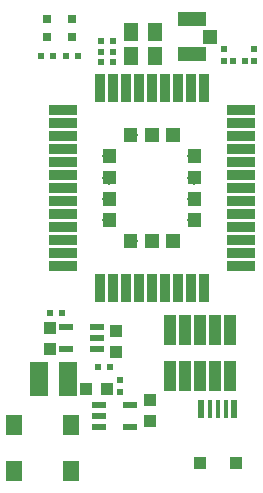
<source format=gbr>
G04 #@! TF.GenerationSoftware,KiCad,Pcbnew,6.0.0-unknown-d4e9ddc~100~ubuntu18.04.1*
G04 #@! TF.CreationDate,2019-08-02T11:15:37+03:00*
G04 #@! TF.ProjectId,NB-IoT-DevKit_Rev_B,4e422d49-6f54-42d4-9465-764b69745f52,B*
G04 #@! TF.SameCoordinates,Original*
G04 #@! TF.FileFunction,Paste,Top*
G04 #@! TF.FilePolarity,Positive*
%FSLAX46Y46*%
G04 Gerber Fmt 4.6, Leading zero omitted, Abs format (unit mm)*
G04 Created by KiCad (PCBNEW 6.0.0-unknown-d4e9ddc~100~ubuntu18.04.1) date 2019-08-02 11:15:37*
%MOMM*%
%LPD*%
G04 APERTURE LIST*
%ADD10R,1.327000X1.754000*%
%ADD11C,0.852400*%
%ADD12C,0.100000*%
%ADD13C,1.152400*%
%ADD14R,1.014000X2.654000*%
%ADD15R,1.202400X1.202400*%
%ADD16R,2.352400X1.202400*%
%ADD17R,0.500000X1.650000*%
%ADD18R,0.325000X1.650000*%
%ADD19R,1.100000X1.000000*%
%ADD20R,1.600000X3.000000*%
%ADD21R,1.016000X1.016000*%
%ADD22R,0.550000X0.500000*%
%ADD23R,1.270000X1.524000*%
%ADD24R,0.500000X0.550000*%
%ADD25R,0.800000X0.800000*%
%ADD26R,1.200000X0.550000*%
G04 APERTURE END LIST*
D10*
X136629000Y-96266000D03*
X131849000Y-96266000D03*
D11*
X135975000Y-69600000D03*
D12*
G36*
X137176200Y-69173800D02*
G01*
X137176200Y-70026200D01*
X134773800Y-70026200D01*
X134773800Y-69173800D01*
X137176200Y-69173800D01*
X137176200Y-69173800D01*
G37*
D11*
X135975000Y-70700000D03*
D12*
G36*
X137176200Y-70273800D02*
G01*
X137176200Y-71126200D01*
X134773800Y-71126200D01*
X134773800Y-70273800D01*
X137176200Y-70273800D01*
X137176200Y-70273800D01*
G37*
D11*
X135975000Y-71800000D03*
D12*
G36*
X137176200Y-71373800D02*
G01*
X137176200Y-72226200D01*
X134773800Y-72226200D01*
X134773800Y-71373800D01*
X137176200Y-71373800D01*
X137176200Y-71373800D01*
G37*
D11*
X135975000Y-72900000D03*
D12*
G36*
X137176200Y-72473800D02*
G01*
X137176200Y-73326200D01*
X134773800Y-73326200D01*
X134773800Y-72473800D01*
X137176200Y-72473800D01*
X137176200Y-72473800D01*
G37*
D11*
X135975000Y-74000000D03*
D12*
G36*
X137176200Y-73573800D02*
G01*
X137176200Y-74426200D01*
X134773800Y-74426200D01*
X134773800Y-73573800D01*
X137176200Y-73573800D01*
X137176200Y-73573800D01*
G37*
D11*
X135975000Y-75100000D03*
D12*
G36*
X137176200Y-74673800D02*
G01*
X137176200Y-75526200D01*
X134773800Y-75526200D01*
X134773800Y-74673800D01*
X137176200Y-74673800D01*
X137176200Y-74673800D01*
G37*
D11*
X139110000Y-67725000D03*
D12*
G36*
X139536200Y-68926200D02*
G01*
X138683800Y-68926200D01*
X138683800Y-66523800D01*
X139536200Y-66523800D01*
X139536200Y-68926200D01*
X139536200Y-68926200D01*
G37*
D11*
X140210000Y-67725000D03*
D12*
G36*
X140636200Y-68926200D02*
G01*
X139783800Y-68926200D01*
X139783800Y-66523800D01*
X140636200Y-66523800D01*
X140636200Y-68926200D01*
X140636200Y-68926200D01*
G37*
D11*
X141310000Y-67725000D03*
D12*
G36*
X141736200Y-68926200D02*
G01*
X140883800Y-68926200D01*
X140883800Y-66523800D01*
X141736200Y-66523800D01*
X141736200Y-68926200D01*
X141736200Y-68926200D01*
G37*
D11*
X142410000Y-67725000D03*
D12*
G36*
X142836200Y-68926200D02*
G01*
X141983800Y-68926200D01*
X141983800Y-66523800D01*
X142836200Y-66523800D01*
X142836200Y-68926200D01*
X142836200Y-68926200D01*
G37*
D11*
X143510000Y-67725000D03*
D12*
G36*
X143936200Y-68926200D02*
G01*
X143083800Y-68926200D01*
X143083800Y-66523800D01*
X143936200Y-66523800D01*
X143936200Y-68926200D01*
X143936200Y-68926200D01*
G37*
D11*
X144610000Y-67725000D03*
D12*
G36*
X145036200Y-68926200D02*
G01*
X144183800Y-68926200D01*
X144183800Y-66523800D01*
X145036200Y-66523800D01*
X145036200Y-68926200D01*
X145036200Y-68926200D01*
G37*
D11*
X145710000Y-67725000D03*
D12*
G36*
X146136200Y-68926200D02*
G01*
X145283800Y-68926200D01*
X145283800Y-66523800D01*
X146136200Y-66523800D01*
X146136200Y-68926200D01*
X146136200Y-68926200D01*
G37*
D11*
X146810000Y-67725000D03*
D12*
G36*
X147236200Y-68926200D02*
G01*
X146383800Y-68926200D01*
X146383800Y-66523800D01*
X147236200Y-66523800D01*
X147236200Y-68926200D01*
X147236200Y-68926200D01*
G37*
D11*
X147910000Y-67725000D03*
D12*
G36*
X148336200Y-68926200D02*
G01*
X147483800Y-68926200D01*
X147483800Y-66523800D01*
X148336200Y-66523800D01*
X148336200Y-68926200D01*
X148336200Y-68926200D01*
G37*
D11*
X151045000Y-69600000D03*
D12*
G36*
X149843800Y-70026200D02*
G01*
X149843800Y-69173800D01*
X152246200Y-69173800D01*
X152246200Y-70026200D01*
X149843800Y-70026200D01*
X149843800Y-70026200D01*
G37*
D11*
X151045000Y-70700000D03*
D12*
G36*
X149843800Y-71126200D02*
G01*
X149843800Y-70273800D01*
X152246200Y-70273800D01*
X152246200Y-71126200D01*
X149843800Y-71126200D01*
X149843800Y-71126200D01*
G37*
D11*
X151045000Y-71800000D03*
D12*
G36*
X149843800Y-72226200D02*
G01*
X149843800Y-71373800D01*
X152246200Y-71373800D01*
X152246200Y-72226200D01*
X149843800Y-72226200D01*
X149843800Y-72226200D01*
G37*
D11*
X151045000Y-72900000D03*
D12*
G36*
X149843800Y-73326200D02*
G01*
X149843800Y-72473800D01*
X152246200Y-72473800D01*
X152246200Y-73326200D01*
X149843800Y-73326200D01*
X149843800Y-73326200D01*
G37*
D11*
X151045000Y-74000000D03*
D12*
G36*
X149843800Y-74426200D02*
G01*
X149843800Y-73573800D01*
X152246200Y-73573800D01*
X152246200Y-74426200D01*
X149843800Y-74426200D01*
X149843800Y-74426200D01*
G37*
D11*
X151045000Y-75100000D03*
D12*
G36*
X149843800Y-75526200D02*
G01*
X149843800Y-74673800D01*
X152246200Y-74673800D01*
X152246200Y-75526200D01*
X149843800Y-75526200D01*
X149843800Y-75526200D01*
G37*
D11*
X151045000Y-76200000D03*
D12*
G36*
X149843800Y-76626200D02*
G01*
X149843800Y-75773800D01*
X152246200Y-75773800D01*
X152246200Y-76626200D01*
X149843800Y-76626200D01*
X149843800Y-76626200D01*
G37*
D11*
X151045000Y-77300000D03*
D12*
G36*
X149843800Y-77726200D02*
G01*
X149843800Y-76873800D01*
X152246200Y-76873800D01*
X152246200Y-77726200D01*
X149843800Y-77726200D01*
X149843800Y-77726200D01*
G37*
D11*
X151045000Y-78400000D03*
D12*
G36*
X149843800Y-78826200D02*
G01*
X149843800Y-77973800D01*
X152246200Y-77973800D01*
X152246200Y-78826200D01*
X149843800Y-78826200D01*
X149843800Y-78826200D01*
G37*
D11*
X151045000Y-79500000D03*
D12*
G36*
X149843800Y-79926200D02*
G01*
X149843800Y-79073800D01*
X152246200Y-79073800D01*
X152246200Y-79926200D01*
X149843800Y-79926200D01*
X149843800Y-79926200D01*
G37*
D11*
X151045000Y-80600000D03*
D12*
G36*
X149843800Y-81026200D02*
G01*
X149843800Y-80173800D01*
X152246200Y-80173800D01*
X152246200Y-81026200D01*
X149843800Y-81026200D01*
X149843800Y-81026200D01*
G37*
D11*
X151045000Y-81700000D03*
D12*
G36*
X149843800Y-82126200D02*
G01*
X149843800Y-81273800D01*
X152246200Y-81273800D01*
X152246200Y-82126200D01*
X149843800Y-82126200D01*
X149843800Y-82126200D01*
G37*
D11*
X151045000Y-82800000D03*
D12*
G36*
X149843800Y-83226200D02*
G01*
X149843800Y-82373800D01*
X152246200Y-82373800D01*
X152246200Y-83226200D01*
X149843800Y-83226200D01*
X149843800Y-83226200D01*
G37*
D11*
X147910000Y-84675000D03*
D12*
G36*
X148336200Y-85876200D02*
G01*
X147483800Y-85876200D01*
X147483800Y-83473800D01*
X148336200Y-83473800D01*
X148336200Y-85876200D01*
X148336200Y-85876200D01*
G37*
D11*
X146810000Y-84675000D03*
D12*
G36*
X147236200Y-85876200D02*
G01*
X146383800Y-85876200D01*
X146383800Y-83473800D01*
X147236200Y-83473800D01*
X147236200Y-85876200D01*
X147236200Y-85876200D01*
G37*
D11*
X145710000Y-84675000D03*
D12*
G36*
X146136200Y-85876200D02*
G01*
X145283800Y-85876200D01*
X145283800Y-83473800D01*
X146136200Y-83473800D01*
X146136200Y-85876200D01*
X146136200Y-85876200D01*
G37*
D11*
X144610000Y-84675000D03*
D12*
G36*
X145036200Y-85876200D02*
G01*
X144183800Y-85876200D01*
X144183800Y-83473800D01*
X145036200Y-83473800D01*
X145036200Y-85876200D01*
X145036200Y-85876200D01*
G37*
D11*
X143510000Y-84675000D03*
D12*
G36*
X143936200Y-85876200D02*
G01*
X143083800Y-85876200D01*
X143083800Y-83473800D01*
X143936200Y-83473800D01*
X143936200Y-85876200D01*
X143936200Y-85876200D01*
G37*
D11*
X142410000Y-84675000D03*
D12*
G36*
X142836200Y-85876200D02*
G01*
X141983800Y-85876200D01*
X141983800Y-83473800D01*
X142836200Y-83473800D01*
X142836200Y-85876200D01*
X142836200Y-85876200D01*
G37*
D11*
X141310000Y-84675000D03*
D12*
G36*
X141736200Y-85876200D02*
G01*
X140883800Y-85876200D01*
X140883800Y-83473800D01*
X141736200Y-83473800D01*
X141736200Y-85876200D01*
X141736200Y-85876200D01*
G37*
D11*
X135975000Y-76200000D03*
D12*
G36*
X134773800Y-76626200D02*
G01*
X134773800Y-75773800D01*
X137176200Y-75773800D01*
X137176200Y-76626200D01*
X134773800Y-76626200D01*
X134773800Y-76626200D01*
G37*
D11*
X135975000Y-77300000D03*
D12*
G36*
X134773800Y-77726200D02*
G01*
X134773800Y-76873800D01*
X137176200Y-76873800D01*
X137176200Y-77726200D01*
X134773800Y-77726200D01*
X134773800Y-77726200D01*
G37*
D11*
X135975000Y-78400000D03*
D12*
G36*
X134773800Y-78826200D02*
G01*
X134773800Y-77973800D01*
X137176200Y-77973800D01*
X137176200Y-78826200D01*
X134773800Y-78826200D01*
X134773800Y-78826200D01*
G37*
D11*
X135975000Y-79500000D03*
D12*
G36*
X134773800Y-79926200D02*
G01*
X134773800Y-79073800D01*
X137176200Y-79073800D01*
X137176200Y-79926200D01*
X134773800Y-79926200D01*
X134773800Y-79926200D01*
G37*
D11*
X135975000Y-80600000D03*
D12*
G36*
X134773800Y-81026200D02*
G01*
X134773800Y-80173800D01*
X137176200Y-80173800D01*
X137176200Y-81026200D01*
X134773800Y-81026200D01*
X134773800Y-81026200D01*
G37*
D11*
X135975000Y-81700000D03*
D12*
G36*
X134773800Y-82126200D02*
G01*
X134773800Y-81273800D01*
X137176200Y-81273800D01*
X137176200Y-82126200D01*
X134773800Y-82126200D01*
X134773800Y-82126200D01*
G37*
D11*
X135975000Y-82800000D03*
D12*
G36*
X134773800Y-83226200D02*
G01*
X134773800Y-82373800D01*
X137176200Y-82373800D01*
X137176200Y-83226200D01*
X134773800Y-83226200D01*
X134773800Y-83226200D01*
G37*
D11*
X139110000Y-84675000D03*
D12*
G36*
X139536200Y-85876200D02*
G01*
X138683800Y-85876200D01*
X138683800Y-83473800D01*
X139536200Y-83473800D01*
X139536200Y-85876200D01*
X139536200Y-85876200D01*
G37*
D11*
X140210000Y-84675000D03*
D12*
G36*
X140636200Y-85876200D02*
G01*
X139783800Y-85876200D01*
X139783800Y-83473800D01*
X140636200Y-83473800D01*
X140636200Y-85876200D01*
X140636200Y-85876200D01*
G37*
D13*
X139910000Y-73500000D03*
D12*
G36*
X140486200Y-72923800D02*
G01*
X140486200Y-74076200D01*
X139333800Y-74076200D01*
X139333800Y-72923800D01*
X140486200Y-72923800D01*
X140486200Y-72923800D01*
G37*
D13*
X139910000Y-75300000D03*
D12*
G36*
X140486200Y-74723800D02*
G01*
X140486200Y-75876200D01*
X139333800Y-75876200D01*
X139333800Y-74723800D01*
X140486200Y-74723800D01*
X140486200Y-74723800D01*
G37*
D13*
X139910000Y-77100000D03*
D12*
G36*
X140486200Y-76523800D02*
G01*
X140486200Y-77676200D01*
X139333800Y-77676200D01*
X139333800Y-76523800D01*
X140486200Y-76523800D01*
X140486200Y-76523800D01*
G37*
D13*
X139910000Y-78900000D03*
D12*
G36*
X140486200Y-78323800D02*
G01*
X140486200Y-79476200D01*
X139333800Y-79476200D01*
X139333800Y-78323800D01*
X140486200Y-78323800D01*
X140486200Y-78323800D01*
G37*
D13*
X141710000Y-80700000D03*
D12*
G36*
X142286200Y-80123800D02*
G01*
X142286200Y-81276200D01*
X141133800Y-81276200D01*
X141133800Y-80123800D01*
X142286200Y-80123800D01*
X142286200Y-80123800D01*
G37*
D13*
X143510000Y-80700000D03*
D12*
G36*
X144086200Y-80123800D02*
G01*
X144086200Y-81276200D01*
X142933800Y-81276200D01*
X142933800Y-80123800D01*
X144086200Y-80123800D01*
X144086200Y-80123800D01*
G37*
D13*
X145310000Y-80700000D03*
D12*
G36*
X145886200Y-80123800D02*
G01*
X145886200Y-81276200D01*
X144733800Y-81276200D01*
X144733800Y-80123800D01*
X145886200Y-80123800D01*
X145886200Y-80123800D01*
G37*
D13*
X147110000Y-78900000D03*
D12*
G36*
X147686200Y-78323800D02*
G01*
X147686200Y-79476200D01*
X146533800Y-79476200D01*
X146533800Y-78323800D01*
X147686200Y-78323800D01*
X147686200Y-78323800D01*
G37*
D13*
X147110000Y-77100000D03*
D12*
G36*
X147686200Y-76523800D02*
G01*
X147686200Y-77676200D01*
X146533800Y-77676200D01*
X146533800Y-76523800D01*
X147686200Y-76523800D01*
X147686200Y-76523800D01*
G37*
D13*
X147110000Y-75300000D03*
D12*
G36*
X147686200Y-74723800D02*
G01*
X147686200Y-75876200D01*
X146533800Y-75876200D01*
X146533800Y-74723800D01*
X147686200Y-74723800D01*
X147686200Y-74723800D01*
G37*
D13*
X147110000Y-73500000D03*
D12*
G36*
X147686200Y-72923800D02*
G01*
X147686200Y-74076200D01*
X146533800Y-74076200D01*
X146533800Y-72923800D01*
X147686200Y-72923800D01*
X147686200Y-72923800D01*
G37*
D13*
X145310000Y-71700000D03*
D12*
G36*
X145886200Y-71123800D02*
G01*
X145886200Y-72276200D01*
X144733800Y-72276200D01*
X144733800Y-71123800D01*
X145886200Y-71123800D01*
X145886200Y-71123800D01*
G37*
D13*
X143510000Y-71700000D03*
D12*
G36*
X144086200Y-71123800D02*
G01*
X144086200Y-72276200D01*
X142933800Y-72276200D01*
X142933800Y-71123800D01*
X144086200Y-71123800D01*
X144086200Y-71123800D01*
G37*
D13*
X141710000Y-71700000D03*
D12*
G36*
X142286200Y-71123800D02*
G01*
X142286200Y-72276200D01*
X141133800Y-72276200D01*
X141133800Y-71123800D01*
X142286200Y-71123800D01*
X142286200Y-71123800D01*
G37*
D14*
X146304000Y-88219500D03*
X147574000Y-88219500D03*
X150114000Y-88219500D03*
X148844000Y-88219500D03*
X145034000Y-88219500D03*
X150114000Y-92120500D03*
X148844000Y-92120500D03*
X147574000Y-92120500D03*
X146304000Y-92120500D03*
X145034000Y-92120500D03*
D15*
X148439000Y-63373000D03*
D16*
X146939000Y-61873000D03*
X146939000Y-64873000D03*
D17*
X147710500Y-94894000D03*
D18*
X148448000Y-94894000D03*
X149098000Y-94894000D03*
X149748000Y-94894000D03*
D17*
X150485500Y-94894000D03*
D19*
X147598000Y-99444000D03*
X150598000Y-99444000D03*
D20*
X136391500Y-92329000D03*
X133991500Y-92329000D03*
D21*
X143383000Y-94107000D03*
X143383000Y-95885000D03*
X139700000Y-93218000D03*
X137922000Y-93218000D03*
D22*
X149606000Y-65405000D03*
X149606000Y-64389000D03*
X152146000Y-65405000D03*
X152146000Y-64389000D03*
D23*
X143763999Y-65024000D03*
X141731999Y-65024000D03*
X143764000Y-62992000D03*
X141732000Y-62992000D03*
D24*
X139192001Y-65532000D03*
X140208001Y-65532000D03*
X139192000Y-64643001D03*
X140208000Y-64643001D03*
X139192000Y-63754000D03*
X140208000Y-63754000D03*
D21*
X140462000Y-88265000D03*
X140462000Y-90043000D03*
X134874000Y-88011000D03*
X134874000Y-89789000D03*
D25*
X134620000Y-63373000D03*
X134620000Y-61849000D03*
D24*
X150368000Y-65405000D03*
X151384000Y-65405000D03*
D25*
X136779000Y-63373000D03*
X136779000Y-61849000D03*
D10*
X136629000Y-100139500D03*
X131849000Y-100139500D03*
D24*
X135128000Y-65024000D03*
X134112000Y-65024000D03*
X138938000Y-91376500D03*
X139954000Y-91376500D03*
D22*
X140843000Y-93472000D03*
X140843000Y-92456000D03*
D24*
X137287000Y-65024000D03*
X136271000Y-65024000D03*
X134874000Y-86741000D03*
X135890000Y-86741000D03*
D26*
X139035000Y-94554000D03*
X139035000Y-95504000D03*
X139035000Y-96454000D03*
X141635000Y-94554000D03*
X141635000Y-96454000D03*
X138841000Y-89850000D03*
X138841000Y-88900000D03*
X138841000Y-87950000D03*
X136241000Y-89850000D03*
X136241000Y-87950000D03*
M02*

</source>
